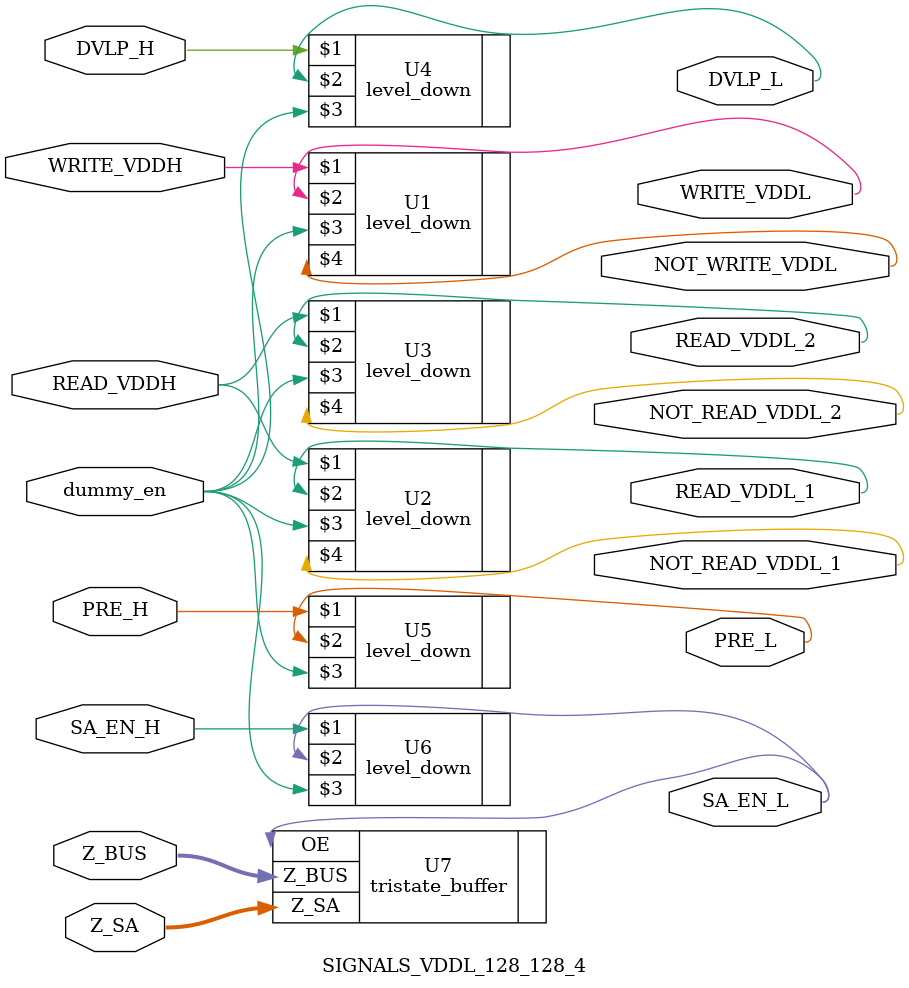
<source format=v>


`include "/ibe/users/da220/Cadence/WORK_TSMC180FORTE/DIGITAL/rtl/level_down/level_down.v"
`include "/ibe/users/da220/Cadence/WORK_TSMC180FORTE/DIGITAL/rtl/tristate_buffer/tristate_buffer.v"

// NAME MODIFIED //
module SIGNALS_VDDL_128_128_4(
// END MODIFY NAME //
WRITE_VDDH,
READ_VDDH,
DVLP_H,
PRE_H,
SA_EN_H,
dummy_en,
WRITE_VDDL,
NOT_WRITE_VDDL,
READ_VDDL_1,
NOT_READ_VDDL_1,
READ_VDDL_2,
NOT_READ_VDDL_2,
DVLP_L,
PRE_L,
Z_SA,
//Z_WR,
Z_BUS,
SA_EN_L,
);

// SKILL MODIFICATIONS //
parameter B_SIZE = 4;
// END OF SKILL MODIFICATION //

// Inputs
input	WRITE_VDDH;
input	READ_VDDH;
input	DVLP_H;
input	PRE_H;
input	SA_EN_H;
input	dummy_en;

// Input Ouput
inout	[B_SIZE-1:0] Z_SA;
//inout	[B_SIZE-1:0] Z_WR;
inout	[B_SIZE-1:0] Z_BUS;

// Outputs
output	WRITE_VDDL;
output	NOT_WRITE_VDDL;
output	READ_VDDL_1;
output	NOT_READ_VDDL_1;
output	READ_VDDL_2;
output	NOT_READ_VDDL_2;
output 	DVLP_L;
output	PRE_L;
output	SA_EN_L;

// Wires
wire	WRITE_VDDH;
wire	READ_VDDH;
wire	DVLP_H;
wire	PRE_H;
wire	SA_EN_H;
wire	dummy_en;
wire	WRITE_VDDL;
wire	NOT_WRITE_VDDL;
wire	READ_VDDL_1;
wire	NOT_READ_VDDL_1;
wire	READ_VDDL_2;
wire	NOT_READ_VDDL_2;
wire 	DVLP_L;
wire	PRE_L;
wire	SA_EN_L;
wire	[B_SIZE-1:0] Z_BUS;
wire	[B_SIZE-1:0] Z_SA;
//wire	[B_SIZE-1:0] Z_WR;



level_down U1(WRITE_VDDH, WRITE_VDDL, dummy_en, NOT_WRITE_VDDL);
level_down U2(READ_VDDH, READ_VDDL_1, dummy_en, NOT_READ_VDDL_1);
level_down U3(READ_VDDH, READ_VDDL_2, dummy_en, NOT_READ_VDDL_2);
level_down U4(DVLP_H, DVLP_L, dummy_en,);
level_down U5(PRE_H, PRE_L, dummy_en,);
level_down U6(SA_EN_H, SA_EN_L, dummy_en,);
tristate_buffer #(B_SIZE) U7(
.Z_SA	(Z_SA),
//.Z_WR	(Z_WR),
.Z_BUS	(Z_BUS),
.OE		(SA_EN_L)
);

endmodule
</source>
